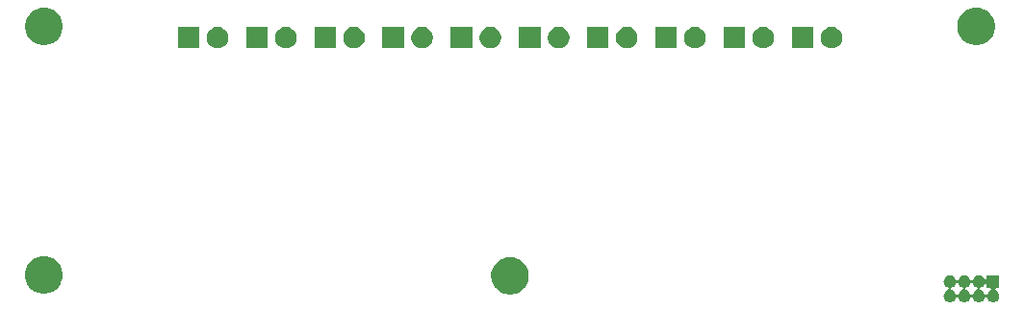
<source format=gbs>
G04 #@! TF.GenerationSoftware,KiCad,Pcbnew,5.0.1*
G04 #@! TF.CreationDate,2019-01-16T19:10:27-05:00*
G04 #@! TF.ProjectId,LED PCB,4C4544205043422E6B696361645F7063,rev?*
G04 #@! TF.SameCoordinates,Original*
G04 #@! TF.FileFunction,Soldermask,Bot*
G04 #@! TF.FilePolarity,Negative*
%FSLAX46Y46*%
G04 Gerber Fmt 4.6, Leading zero omitted, Abs format (unit mm)*
G04 Created by KiCad (PCBNEW 5.0.1) date Wed 16 Jan 2019 07:10:27 PM EST*
%MOMM*%
%LPD*%
G01*
G04 APERTURE LIST*
%ADD10C,0.100000*%
G04 APERTURE END LIST*
D10*
G36*
X83798015Y-25956973D02*
X83901879Y-25988479D01*
X83997600Y-26039644D01*
X84081501Y-26108499D01*
X84150356Y-26192400D01*
X84201521Y-26288121D01*
X84205383Y-26300854D01*
X84214760Y-26323493D01*
X84228374Y-26343867D01*
X84245701Y-26361194D01*
X84266076Y-26374808D01*
X84288715Y-26384186D01*
X84312748Y-26388966D01*
X84337252Y-26388966D01*
X84361286Y-26384185D01*
X84383925Y-26374808D01*
X84404299Y-26361194D01*
X84421626Y-26343867D01*
X84435240Y-26323492D01*
X84444617Y-26300854D01*
X84448479Y-26288121D01*
X84499644Y-26192400D01*
X84568499Y-26108499D01*
X84652400Y-26039644D01*
X84748121Y-25988479D01*
X84851985Y-25956973D01*
X84932933Y-25949000D01*
X84987067Y-25949000D01*
X85068015Y-25956973D01*
X85171879Y-25988479D01*
X85267600Y-26039644D01*
X85351501Y-26108499D01*
X85420356Y-26192400D01*
X85471521Y-26288121D01*
X85475383Y-26300854D01*
X85484760Y-26323493D01*
X85498374Y-26343867D01*
X85515701Y-26361194D01*
X85536076Y-26374808D01*
X85558715Y-26384186D01*
X85582748Y-26388966D01*
X85607252Y-26388966D01*
X85631286Y-26384185D01*
X85653925Y-26374808D01*
X85674299Y-26361194D01*
X85691626Y-26343867D01*
X85705240Y-26323492D01*
X85714617Y-26300854D01*
X85718479Y-26288121D01*
X85769644Y-26192400D01*
X85838499Y-26108499D01*
X85922400Y-26039644D01*
X86018121Y-25988479D01*
X86121985Y-25956973D01*
X86202933Y-25949000D01*
X86257067Y-25949000D01*
X86338015Y-25956973D01*
X86441879Y-25988479D01*
X86537600Y-26039644D01*
X86621501Y-26108499D01*
X86690356Y-26192400D01*
X86713766Y-26236195D01*
X86727374Y-26256561D01*
X86744701Y-26273889D01*
X86765076Y-26287502D01*
X86787715Y-26296880D01*
X86811748Y-26301660D01*
X86836252Y-26301660D01*
X86860286Y-26296879D01*
X86882925Y-26287502D01*
X86903299Y-26273888D01*
X86920627Y-26256561D01*
X86934240Y-26236186D01*
X86943618Y-26213547D01*
X86949000Y-26177262D01*
X86949000Y-25949000D01*
X88051000Y-25949000D01*
X88051000Y-27051000D01*
X87822738Y-27051000D01*
X87798352Y-27053402D01*
X87774903Y-27060515D01*
X87753292Y-27072066D01*
X87734350Y-27087612D01*
X87718804Y-27106554D01*
X87707253Y-27128165D01*
X87700140Y-27151614D01*
X87697738Y-27176000D01*
X87700140Y-27200386D01*
X87707253Y-27223835D01*
X87718804Y-27245446D01*
X87734350Y-27264388D01*
X87763808Y-27286236D01*
X87807600Y-27309644D01*
X87891501Y-27378499D01*
X87960356Y-27462400D01*
X88011521Y-27558121D01*
X88043027Y-27661985D01*
X88053666Y-27770000D01*
X88043027Y-27878015D01*
X88011521Y-27981879D01*
X87960356Y-28077600D01*
X87891501Y-28161501D01*
X87807600Y-28230356D01*
X87711879Y-28281521D01*
X87608015Y-28313027D01*
X87527067Y-28321000D01*
X87472933Y-28321000D01*
X87391985Y-28313027D01*
X87288121Y-28281521D01*
X87192400Y-28230356D01*
X87108499Y-28161501D01*
X87039644Y-28077600D01*
X86988479Y-27981879D01*
X86984615Y-27969142D01*
X86975240Y-27946507D01*
X86961626Y-27926133D01*
X86944299Y-27908806D01*
X86923924Y-27895192D01*
X86901285Y-27885814D01*
X86877252Y-27881034D01*
X86852748Y-27881034D01*
X86828714Y-27885815D01*
X86806075Y-27895192D01*
X86785701Y-27908806D01*
X86768374Y-27926133D01*
X86754760Y-27946508D01*
X86745385Y-27969142D01*
X86741521Y-27981879D01*
X86690356Y-28077600D01*
X86621501Y-28161501D01*
X86537600Y-28230356D01*
X86441879Y-28281521D01*
X86338015Y-28313027D01*
X86257067Y-28321000D01*
X86202933Y-28321000D01*
X86121985Y-28313027D01*
X86018121Y-28281521D01*
X85922400Y-28230356D01*
X85838499Y-28161501D01*
X85769644Y-28077600D01*
X85718479Y-27981879D01*
X85714615Y-27969142D01*
X85705240Y-27946507D01*
X85691626Y-27926133D01*
X85674299Y-27908806D01*
X85653924Y-27895192D01*
X85631285Y-27885814D01*
X85607252Y-27881034D01*
X85582748Y-27881034D01*
X85558714Y-27885815D01*
X85536075Y-27895192D01*
X85515701Y-27908806D01*
X85498374Y-27926133D01*
X85484760Y-27946508D01*
X85475385Y-27969142D01*
X85471521Y-27981879D01*
X85420356Y-28077600D01*
X85351501Y-28161501D01*
X85267600Y-28230356D01*
X85171879Y-28281521D01*
X85068015Y-28313027D01*
X84987067Y-28321000D01*
X84932933Y-28321000D01*
X84851985Y-28313027D01*
X84748121Y-28281521D01*
X84652400Y-28230356D01*
X84568499Y-28161501D01*
X84499644Y-28077600D01*
X84448479Y-27981879D01*
X84444615Y-27969142D01*
X84435240Y-27946507D01*
X84421626Y-27926133D01*
X84404299Y-27908806D01*
X84383924Y-27895192D01*
X84361285Y-27885814D01*
X84337252Y-27881034D01*
X84312748Y-27881034D01*
X84288714Y-27885815D01*
X84266075Y-27895192D01*
X84245701Y-27908806D01*
X84228374Y-27926133D01*
X84214760Y-27946508D01*
X84205385Y-27969142D01*
X84201521Y-27981879D01*
X84150356Y-28077600D01*
X84081501Y-28161501D01*
X83997600Y-28230356D01*
X83901879Y-28281521D01*
X83798015Y-28313027D01*
X83717067Y-28321000D01*
X83662933Y-28321000D01*
X83581985Y-28313027D01*
X83478121Y-28281521D01*
X83382400Y-28230356D01*
X83298499Y-28161501D01*
X83229644Y-28077600D01*
X83178479Y-27981879D01*
X83146973Y-27878015D01*
X83136334Y-27770000D01*
X83146973Y-27661985D01*
X83178479Y-27558121D01*
X83229644Y-27462400D01*
X83298499Y-27378499D01*
X83382400Y-27309644D01*
X83478121Y-27258479D01*
X83490858Y-27254615D01*
X83513493Y-27245240D01*
X83533867Y-27231626D01*
X83551194Y-27214299D01*
X83564808Y-27193924D01*
X83574186Y-27171285D01*
X83578966Y-27147252D01*
X83578966Y-27122748D01*
X83801034Y-27122748D01*
X83801034Y-27147252D01*
X83805815Y-27171286D01*
X83815192Y-27193925D01*
X83828806Y-27214299D01*
X83846133Y-27231626D01*
X83866508Y-27245240D01*
X83889142Y-27254615D01*
X83901879Y-27258479D01*
X83997600Y-27309644D01*
X84081501Y-27378499D01*
X84150356Y-27462400D01*
X84201521Y-27558121D01*
X84205383Y-27570854D01*
X84214760Y-27593493D01*
X84228374Y-27613867D01*
X84245701Y-27631194D01*
X84266076Y-27644808D01*
X84288715Y-27654186D01*
X84312748Y-27658966D01*
X84337252Y-27658966D01*
X84361286Y-27654185D01*
X84383925Y-27644808D01*
X84404299Y-27631194D01*
X84421626Y-27613867D01*
X84435240Y-27593492D01*
X84444617Y-27570854D01*
X84448479Y-27558121D01*
X84499644Y-27462400D01*
X84568499Y-27378499D01*
X84652400Y-27309644D01*
X84748121Y-27258479D01*
X84760858Y-27254615D01*
X84783493Y-27245240D01*
X84803867Y-27231626D01*
X84821194Y-27214299D01*
X84834808Y-27193924D01*
X84844186Y-27171285D01*
X84848966Y-27147252D01*
X84848966Y-27122748D01*
X85071034Y-27122748D01*
X85071034Y-27147252D01*
X85075815Y-27171286D01*
X85085192Y-27193925D01*
X85098806Y-27214299D01*
X85116133Y-27231626D01*
X85136508Y-27245240D01*
X85159142Y-27254615D01*
X85171879Y-27258479D01*
X85267600Y-27309644D01*
X85351501Y-27378499D01*
X85420356Y-27462400D01*
X85471521Y-27558121D01*
X85475383Y-27570854D01*
X85484760Y-27593493D01*
X85498374Y-27613867D01*
X85515701Y-27631194D01*
X85536076Y-27644808D01*
X85558715Y-27654186D01*
X85582748Y-27658966D01*
X85607252Y-27658966D01*
X85631286Y-27654185D01*
X85653925Y-27644808D01*
X85674299Y-27631194D01*
X85691626Y-27613867D01*
X85705240Y-27593492D01*
X85714617Y-27570854D01*
X85718479Y-27558121D01*
X85769644Y-27462400D01*
X85838499Y-27378499D01*
X85922400Y-27309644D01*
X86018121Y-27258479D01*
X86030858Y-27254615D01*
X86053493Y-27245240D01*
X86073867Y-27231626D01*
X86091194Y-27214299D01*
X86104808Y-27193924D01*
X86114186Y-27171285D01*
X86118966Y-27147252D01*
X86118966Y-27122748D01*
X86341034Y-27122748D01*
X86341034Y-27147252D01*
X86345815Y-27171286D01*
X86355192Y-27193925D01*
X86368806Y-27214299D01*
X86386133Y-27231626D01*
X86406508Y-27245240D01*
X86429142Y-27254615D01*
X86441879Y-27258479D01*
X86537600Y-27309644D01*
X86621501Y-27378499D01*
X86690356Y-27462400D01*
X86741521Y-27558121D01*
X86745383Y-27570854D01*
X86754760Y-27593493D01*
X86768374Y-27613867D01*
X86785701Y-27631194D01*
X86806076Y-27644808D01*
X86828715Y-27654186D01*
X86852748Y-27658966D01*
X86877252Y-27658966D01*
X86901286Y-27654185D01*
X86923925Y-27644808D01*
X86944299Y-27631194D01*
X86961626Y-27613867D01*
X86975240Y-27593492D01*
X86984617Y-27570854D01*
X86988479Y-27558121D01*
X87039644Y-27462400D01*
X87108499Y-27378499D01*
X87192400Y-27309644D01*
X87236195Y-27286234D01*
X87256561Y-27272626D01*
X87273889Y-27255299D01*
X87287502Y-27234924D01*
X87296880Y-27212285D01*
X87301660Y-27188252D01*
X87301660Y-27163748D01*
X87296879Y-27139714D01*
X87287502Y-27117075D01*
X87273888Y-27096701D01*
X87256561Y-27079373D01*
X87236186Y-27065760D01*
X87213547Y-27056382D01*
X87177262Y-27051000D01*
X86949000Y-27051000D01*
X86949000Y-26822738D01*
X86946598Y-26798352D01*
X86939485Y-26774903D01*
X86927934Y-26753292D01*
X86912388Y-26734350D01*
X86893446Y-26718804D01*
X86871835Y-26707253D01*
X86848386Y-26700140D01*
X86824000Y-26697738D01*
X86799614Y-26700140D01*
X86776165Y-26707253D01*
X86754554Y-26718804D01*
X86735612Y-26734350D01*
X86713764Y-26763808D01*
X86690356Y-26807600D01*
X86621501Y-26891501D01*
X86537600Y-26960356D01*
X86441879Y-27011521D01*
X86429142Y-27015385D01*
X86406507Y-27024760D01*
X86386133Y-27038374D01*
X86368806Y-27055701D01*
X86355192Y-27076076D01*
X86345814Y-27098715D01*
X86341034Y-27122748D01*
X86118966Y-27122748D01*
X86114185Y-27098714D01*
X86104808Y-27076075D01*
X86091194Y-27055701D01*
X86073867Y-27038374D01*
X86053492Y-27024760D01*
X86030858Y-27015385D01*
X86018121Y-27011521D01*
X85922400Y-26960356D01*
X85838499Y-26891501D01*
X85769644Y-26807600D01*
X85718479Y-26711879D01*
X85714615Y-26699142D01*
X85705240Y-26676507D01*
X85691626Y-26656133D01*
X85674299Y-26638806D01*
X85653924Y-26625192D01*
X85631285Y-26615814D01*
X85607252Y-26611034D01*
X85582748Y-26611034D01*
X85558714Y-26615815D01*
X85536075Y-26625192D01*
X85515701Y-26638806D01*
X85498374Y-26656133D01*
X85484760Y-26676508D01*
X85475385Y-26699142D01*
X85471521Y-26711879D01*
X85420356Y-26807600D01*
X85351501Y-26891501D01*
X85267600Y-26960356D01*
X85171879Y-27011521D01*
X85159142Y-27015385D01*
X85136507Y-27024760D01*
X85116133Y-27038374D01*
X85098806Y-27055701D01*
X85085192Y-27076076D01*
X85075814Y-27098715D01*
X85071034Y-27122748D01*
X84848966Y-27122748D01*
X84844185Y-27098714D01*
X84834808Y-27076075D01*
X84821194Y-27055701D01*
X84803867Y-27038374D01*
X84783492Y-27024760D01*
X84760858Y-27015385D01*
X84748121Y-27011521D01*
X84652400Y-26960356D01*
X84568499Y-26891501D01*
X84499644Y-26807600D01*
X84448479Y-26711879D01*
X84444615Y-26699142D01*
X84435240Y-26676507D01*
X84421626Y-26656133D01*
X84404299Y-26638806D01*
X84383924Y-26625192D01*
X84361285Y-26615814D01*
X84337252Y-26611034D01*
X84312748Y-26611034D01*
X84288714Y-26615815D01*
X84266075Y-26625192D01*
X84245701Y-26638806D01*
X84228374Y-26656133D01*
X84214760Y-26676508D01*
X84205385Y-26699142D01*
X84201521Y-26711879D01*
X84150356Y-26807600D01*
X84081501Y-26891501D01*
X83997600Y-26960356D01*
X83901879Y-27011521D01*
X83889142Y-27015385D01*
X83866507Y-27024760D01*
X83846133Y-27038374D01*
X83828806Y-27055701D01*
X83815192Y-27076076D01*
X83805814Y-27098715D01*
X83801034Y-27122748D01*
X83578966Y-27122748D01*
X83574185Y-27098714D01*
X83564808Y-27076075D01*
X83551194Y-27055701D01*
X83533867Y-27038374D01*
X83513492Y-27024760D01*
X83490858Y-27015385D01*
X83478121Y-27011521D01*
X83382400Y-26960356D01*
X83298499Y-26891501D01*
X83229644Y-26807600D01*
X83178479Y-26711879D01*
X83146973Y-26608015D01*
X83136334Y-26500000D01*
X83146973Y-26391985D01*
X83178479Y-26288121D01*
X83229644Y-26192400D01*
X83298499Y-26108499D01*
X83382400Y-26039644D01*
X83478121Y-25988479D01*
X83581985Y-25956973D01*
X83662933Y-25949000D01*
X83717067Y-25949000D01*
X83798015Y-25956973D01*
X83798015Y-25956973D01*
G37*
G36*
X45375256Y-24391298D02*
X45481579Y-24412447D01*
X45782042Y-24536903D01*
X45940207Y-24642586D01*
X46052454Y-24717587D01*
X46282413Y-24947546D01*
X46463098Y-25217960D01*
X46587553Y-25518422D01*
X46651000Y-25837389D01*
X46651000Y-26162611D01*
X46618998Y-26323493D01*
X46587553Y-26481579D01*
X46463097Y-26782042D01*
X46343952Y-26960355D01*
X46282413Y-27052454D01*
X46052454Y-27282413D01*
X46052451Y-27282415D01*
X45782042Y-27463097D01*
X45481579Y-27587553D01*
X45375256Y-27608702D01*
X45162611Y-27651000D01*
X44837389Y-27651000D01*
X44624744Y-27608702D01*
X44518421Y-27587553D01*
X44217958Y-27463097D01*
X43947549Y-27282415D01*
X43947546Y-27282413D01*
X43717587Y-27052454D01*
X43656048Y-26960355D01*
X43536903Y-26782042D01*
X43412447Y-26481579D01*
X43381002Y-26323493D01*
X43349000Y-26162611D01*
X43349000Y-25837389D01*
X43412447Y-25518422D01*
X43536902Y-25217960D01*
X43717587Y-24947546D01*
X43947546Y-24717587D01*
X44059793Y-24642586D01*
X44217958Y-24536903D01*
X44518421Y-24412447D01*
X44624744Y-24391298D01*
X44837389Y-24349000D01*
X45162611Y-24349000D01*
X45375256Y-24391298D01*
X45375256Y-24391298D01*
G37*
G36*
X4350257Y-24316299D02*
X4456580Y-24337448D01*
X4757043Y-24461904D01*
X5023853Y-24640181D01*
X5027455Y-24642588D01*
X5257414Y-24872547D01*
X5438099Y-25142961D01*
X5562554Y-25443423D01*
X5626001Y-25762390D01*
X5626001Y-26087612D01*
X5596447Y-26236187D01*
X5566058Y-26388966D01*
X5562554Y-26406579D01*
X5450747Y-26676507D01*
X5438098Y-26707043D01*
X5419852Y-26734350D01*
X5257414Y-26977455D01*
X5027455Y-27207414D01*
X5027452Y-27207416D01*
X4757043Y-27388098D01*
X4456580Y-27512554D01*
X4350257Y-27533703D01*
X4137612Y-27576001D01*
X3812390Y-27576001D01*
X3599745Y-27533703D01*
X3493422Y-27512554D01*
X3192959Y-27388098D01*
X2922550Y-27207416D01*
X2922547Y-27207414D01*
X2692588Y-26977455D01*
X2530150Y-26734350D01*
X2511904Y-26707043D01*
X2499256Y-26676507D01*
X2387448Y-26406579D01*
X2383945Y-26388966D01*
X2353555Y-26236187D01*
X2324001Y-26087612D01*
X2324001Y-25762390D01*
X2387448Y-25443423D01*
X2511903Y-25142961D01*
X2692588Y-24872547D01*
X2922547Y-24642588D01*
X2926149Y-24640181D01*
X3192959Y-24461904D01*
X3493422Y-24337448D01*
X3599745Y-24316299D01*
X3812390Y-24274001D01*
X4137612Y-24274001D01*
X4350257Y-24316299D01*
X4350257Y-24316299D01*
G37*
G36*
X67542396Y-4085546D02*
X67715466Y-4157234D01*
X67871230Y-4261312D01*
X68003688Y-4393770D01*
X68107766Y-4549534D01*
X68179454Y-4722604D01*
X68216000Y-4906333D01*
X68216000Y-5093667D01*
X68179454Y-5277396D01*
X68107766Y-5450466D01*
X68003688Y-5606230D01*
X67871230Y-5738688D01*
X67715466Y-5842766D01*
X67542396Y-5914454D01*
X67358667Y-5951000D01*
X67171333Y-5951000D01*
X66987604Y-5914454D01*
X66814534Y-5842766D01*
X66658770Y-5738688D01*
X66526312Y-5606230D01*
X66422234Y-5450466D01*
X66350546Y-5277396D01*
X66314000Y-5093667D01*
X66314000Y-4906333D01*
X66350546Y-4722604D01*
X66422234Y-4549534D01*
X66526312Y-4393770D01*
X66658770Y-4261312D01*
X66814534Y-4157234D01*
X66987604Y-4085546D01*
X67171333Y-4049000D01*
X67358667Y-4049000D01*
X67542396Y-4085546D01*
X67542396Y-4085546D01*
G37*
G36*
X41676000Y-5951000D02*
X39774000Y-5951000D01*
X39774000Y-4049000D01*
X41676000Y-4049000D01*
X41676000Y-5951000D01*
X41676000Y-5951000D01*
G37*
G36*
X43542396Y-4085546D02*
X43715466Y-4157234D01*
X43871230Y-4261312D01*
X44003688Y-4393770D01*
X44107766Y-4549534D01*
X44179454Y-4722604D01*
X44216000Y-4906333D01*
X44216000Y-5093667D01*
X44179454Y-5277396D01*
X44107766Y-5450466D01*
X44003688Y-5606230D01*
X43871230Y-5738688D01*
X43715466Y-5842766D01*
X43542396Y-5914454D01*
X43358667Y-5951000D01*
X43171333Y-5951000D01*
X42987604Y-5914454D01*
X42814534Y-5842766D01*
X42658770Y-5738688D01*
X42526312Y-5606230D01*
X42422234Y-5450466D01*
X42350546Y-5277396D01*
X42314000Y-5093667D01*
X42314000Y-4906333D01*
X42350546Y-4722604D01*
X42422234Y-4549534D01*
X42526312Y-4393770D01*
X42658770Y-4261312D01*
X42814534Y-4157234D01*
X42987604Y-4085546D01*
X43171333Y-4049000D01*
X43358667Y-4049000D01*
X43542396Y-4085546D01*
X43542396Y-4085546D01*
G37*
G36*
X53676000Y-5951000D02*
X51774000Y-5951000D01*
X51774000Y-4049000D01*
X53676000Y-4049000D01*
X53676000Y-5951000D01*
X53676000Y-5951000D01*
G37*
G36*
X47676000Y-5951000D02*
X45774000Y-5951000D01*
X45774000Y-4049000D01*
X47676000Y-4049000D01*
X47676000Y-5951000D01*
X47676000Y-5951000D01*
G37*
G36*
X49542396Y-4085546D02*
X49715466Y-4157234D01*
X49871230Y-4261312D01*
X50003688Y-4393770D01*
X50107766Y-4549534D01*
X50179454Y-4722604D01*
X50216000Y-4906333D01*
X50216000Y-5093667D01*
X50179454Y-5277396D01*
X50107766Y-5450466D01*
X50003688Y-5606230D01*
X49871230Y-5738688D01*
X49715466Y-5842766D01*
X49542396Y-5914454D01*
X49358667Y-5951000D01*
X49171333Y-5951000D01*
X48987604Y-5914454D01*
X48814534Y-5842766D01*
X48658770Y-5738688D01*
X48526312Y-5606230D01*
X48422234Y-5450466D01*
X48350546Y-5277396D01*
X48314000Y-5093667D01*
X48314000Y-4906333D01*
X48350546Y-4722604D01*
X48422234Y-4549534D01*
X48526312Y-4393770D01*
X48658770Y-4261312D01*
X48814534Y-4157234D01*
X48987604Y-4085546D01*
X49171333Y-4049000D01*
X49358667Y-4049000D01*
X49542396Y-4085546D01*
X49542396Y-4085546D01*
G37*
G36*
X35676000Y-5951000D02*
X33774000Y-5951000D01*
X33774000Y-4049000D01*
X35676000Y-4049000D01*
X35676000Y-5951000D01*
X35676000Y-5951000D01*
G37*
G36*
X37542396Y-4085546D02*
X37715466Y-4157234D01*
X37871230Y-4261312D01*
X38003688Y-4393770D01*
X38107766Y-4549534D01*
X38179454Y-4722604D01*
X38216000Y-4906333D01*
X38216000Y-5093667D01*
X38179454Y-5277396D01*
X38107766Y-5450466D01*
X38003688Y-5606230D01*
X37871230Y-5738688D01*
X37715466Y-5842766D01*
X37542396Y-5914454D01*
X37358667Y-5951000D01*
X37171333Y-5951000D01*
X36987604Y-5914454D01*
X36814534Y-5842766D01*
X36658770Y-5738688D01*
X36526312Y-5606230D01*
X36422234Y-5450466D01*
X36350546Y-5277396D01*
X36314000Y-5093667D01*
X36314000Y-4906333D01*
X36350546Y-4722604D01*
X36422234Y-4549534D01*
X36526312Y-4393770D01*
X36658770Y-4261312D01*
X36814534Y-4157234D01*
X36987604Y-4085546D01*
X37171333Y-4049000D01*
X37358667Y-4049000D01*
X37542396Y-4085546D01*
X37542396Y-4085546D01*
G37*
G36*
X31542396Y-4085546D02*
X31715466Y-4157234D01*
X31871230Y-4261312D01*
X32003688Y-4393770D01*
X32107766Y-4549534D01*
X32179454Y-4722604D01*
X32216000Y-4906333D01*
X32216000Y-5093667D01*
X32179454Y-5277396D01*
X32107766Y-5450466D01*
X32003688Y-5606230D01*
X31871230Y-5738688D01*
X31715466Y-5842766D01*
X31542396Y-5914454D01*
X31358667Y-5951000D01*
X31171333Y-5951000D01*
X30987604Y-5914454D01*
X30814534Y-5842766D01*
X30658770Y-5738688D01*
X30526312Y-5606230D01*
X30422234Y-5450466D01*
X30350546Y-5277396D01*
X30314000Y-5093667D01*
X30314000Y-4906333D01*
X30350546Y-4722604D01*
X30422234Y-4549534D01*
X30526312Y-4393770D01*
X30658770Y-4261312D01*
X30814534Y-4157234D01*
X30987604Y-4085546D01*
X31171333Y-4049000D01*
X31358667Y-4049000D01*
X31542396Y-4085546D01*
X31542396Y-4085546D01*
G37*
G36*
X29676000Y-5951000D02*
X27774000Y-5951000D01*
X27774000Y-4049000D01*
X29676000Y-4049000D01*
X29676000Y-5951000D01*
X29676000Y-5951000D01*
G37*
G36*
X23676000Y-5951000D02*
X21774000Y-5951000D01*
X21774000Y-4049000D01*
X23676000Y-4049000D01*
X23676000Y-5951000D01*
X23676000Y-5951000D01*
G37*
G36*
X25542396Y-4085546D02*
X25715466Y-4157234D01*
X25871230Y-4261312D01*
X26003688Y-4393770D01*
X26107766Y-4549534D01*
X26179454Y-4722604D01*
X26216000Y-4906333D01*
X26216000Y-5093667D01*
X26179454Y-5277396D01*
X26107766Y-5450466D01*
X26003688Y-5606230D01*
X25871230Y-5738688D01*
X25715466Y-5842766D01*
X25542396Y-5914454D01*
X25358667Y-5951000D01*
X25171333Y-5951000D01*
X24987604Y-5914454D01*
X24814534Y-5842766D01*
X24658770Y-5738688D01*
X24526312Y-5606230D01*
X24422234Y-5450466D01*
X24350546Y-5277396D01*
X24314000Y-5093667D01*
X24314000Y-4906333D01*
X24350546Y-4722604D01*
X24422234Y-4549534D01*
X24526312Y-4393770D01*
X24658770Y-4261312D01*
X24814534Y-4157234D01*
X24987604Y-4085546D01*
X25171333Y-4049000D01*
X25358667Y-4049000D01*
X25542396Y-4085546D01*
X25542396Y-4085546D01*
G37*
G36*
X55542396Y-4085546D02*
X55715466Y-4157234D01*
X55871230Y-4261312D01*
X56003688Y-4393770D01*
X56107766Y-4549534D01*
X56179454Y-4722604D01*
X56216000Y-4906333D01*
X56216000Y-5093667D01*
X56179454Y-5277396D01*
X56107766Y-5450466D01*
X56003688Y-5606230D01*
X55871230Y-5738688D01*
X55715466Y-5842766D01*
X55542396Y-5914454D01*
X55358667Y-5951000D01*
X55171333Y-5951000D01*
X54987604Y-5914454D01*
X54814534Y-5842766D01*
X54658770Y-5738688D01*
X54526312Y-5606230D01*
X54422234Y-5450466D01*
X54350546Y-5277396D01*
X54314000Y-5093667D01*
X54314000Y-4906333D01*
X54350546Y-4722604D01*
X54422234Y-4549534D01*
X54526312Y-4393770D01*
X54658770Y-4261312D01*
X54814534Y-4157234D01*
X54987604Y-4085546D01*
X55171333Y-4049000D01*
X55358667Y-4049000D01*
X55542396Y-4085546D01*
X55542396Y-4085546D01*
G37*
G36*
X59676000Y-5951000D02*
X57774000Y-5951000D01*
X57774000Y-4049000D01*
X59676000Y-4049000D01*
X59676000Y-5951000D01*
X59676000Y-5951000D01*
G37*
G36*
X65676000Y-5951000D02*
X63774000Y-5951000D01*
X63774000Y-4049000D01*
X65676000Y-4049000D01*
X65676000Y-5951000D01*
X65676000Y-5951000D01*
G37*
G36*
X73542396Y-4085546D02*
X73715466Y-4157234D01*
X73871230Y-4261312D01*
X74003688Y-4393770D01*
X74107766Y-4549534D01*
X74179454Y-4722604D01*
X74216000Y-4906333D01*
X74216000Y-5093667D01*
X74179454Y-5277396D01*
X74107766Y-5450466D01*
X74003688Y-5606230D01*
X73871230Y-5738688D01*
X73715466Y-5842766D01*
X73542396Y-5914454D01*
X73358667Y-5951000D01*
X73171333Y-5951000D01*
X72987604Y-5914454D01*
X72814534Y-5842766D01*
X72658770Y-5738688D01*
X72526312Y-5606230D01*
X72422234Y-5450466D01*
X72350546Y-5277396D01*
X72314000Y-5093667D01*
X72314000Y-4906333D01*
X72350546Y-4722604D01*
X72422234Y-4549534D01*
X72526312Y-4393770D01*
X72658770Y-4261312D01*
X72814534Y-4157234D01*
X72987604Y-4085546D01*
X73171333Y-4049000D01*
X73358667Y-4049000D01*
X73542396Y-4085546D01*
X73542396Y-4085546D01*
G37*
G36*
X71676000Y-5951000D02*
X69774000Y-5951000D01*
X69774000Y-4049000D01*
X71676000Y-4049000D01*
X71676000Y-5951000D01*
X71676000Y-5951000D01*
G37*
G36*
X17676000Y-5951000D02*
X15774000Y-5951000D01*
X15774000Y-4049000D01*
X17676000Y-4049000D01*
X17676000Y-5951000D01*
X17676000Y-5951000D01*
G37*
G36*
X19542396Y-4085546D02*
X19715466Y-4157234D01*
X19871230Y-4261312D01*
X20003688Y-4393770D01*
X20107766Y-4549534D01*
X20179454Y-4722604D01*
X20216000Y-4906333D01*
X20216000Y-5093667D01*
X20179454Y-5277396D01*
X20107766Y-5450466D01*
X20003688Y-5606230D01*
X19871230Y-5738688D01*
X19715466Y-5842766D01*
X19542396Y-5914454D01*
X19358667Y-5951000D01*
X19171333Y-5951000D01*
X18987604Y-5914454D01*
X18814534Y-5842766D01*
X18658770Y-5738688D01*
X18526312Y-5606230D01*
X18422234Y-5450466D01*
X18350546Y-5277396D01*
X18314000Y-5093667D01*
X18314000Y-4906333D01*
X18350546Y-4722604D01*
X18422234Y-4549534D01*
X18526312Y-4393770D01*
X18658770Y-4261312D01*
X18814534Y-4157234D01*
X18987604Y-4085546D01*
X19171333Y-4049000D01*
X19358667Y-4049000D01*
X19542396Y-4085546D01*
X19542396Y-4085546D01*
G37*
G36*
X61542396Y-4085546D02*
X61715466Y-4157234D01*
X61871230Y-4261312D01*
X62003688Y-4393770D01*
X62107766Y-4549534D01*
X62179454Y-4722604D01*
X62216000Y-4906333D01*
X62216000Y-5093667D01*
X62179454Y-5277396D01*
X62107766Y-5450466D01*
X62003688Y-5606230D01*
X61871230Y-5738688D01*
X61715466Y-5842766D01*
X61542396Y-5914454D01*
X61358667Y-5951000D01*
X61171333Y-5951000D01*
X60987604Y-5914454D01*
X60814534Y-5842766D01*
X60658770Y-5738688D01*
X60526312Y-5606230D01*
X60422234Y-5450466D01*
X60350546Y-5277396D01*
X60314000Y-5093667D01*
X60314000Y-4906333D01*
X60350546Y-4722604D01*
X60422234Y-4549534D01*
X60526312Y-4393770D01*
X60658770Y-4261312D01*
X60814534Y-4157234D01*
X60987604Y-4085546D01*
X61171333Y-4049000D01*
X61358667Y-4049000D01*
X61542396Y-4085546D01*
X61542396Y-4085546D01*
G37*
G36*
X86375256Y-2391298D02*
X86481579Y-2412447D01*
X86782042Y-2536903D01*
X87048852Y-2715180D01*
X87052454Y-2717587D01*
X87282413Y-2947546D01*
X87463098Y-3217960D01*
X87587553Y-3518422D01*
X87651000Y-3837389D01*
X87651000Y-4162611D01*
X87587553Y-4481578D01*
X87463098Y-4782040D01*
X87282413Y-5052454D01*
X87052454Y-5282413D01*
X87052451Y-5282415D01*
X86782042Y-5463097D01*
X86481579Y-5587553D01*
X86387698Y-5606227D01*
X86162611Y-5651000D01*
X85837389Y-5651000D01*
X85612302Y-5606227D01*
X85518421Y-5587553D01*
X85217958Y-5463097D01*
X84947549Y-5282415D01*
X84947546Y-5282413D01*
X84717587Y-5052454D01*
X84536902Y-4782040D01*
X84412447Y-4481578D01*
X84349000Y-4162611D01*
X84349000Y-3837389D01*
X84412447Y-3518422D01*
X84536902Y-3217960D01*
X84717587Y-2947546D01*
X84947546Y-2717587D01*
X84951148Y-2715180D01*
X85217958Y-2536903D01*
X85518421Y-2412447D01*
X85624744Y-2391298D01*
X85837389Y-2349000D01*
X86162611Y-2349000D01*
X86375256Y-2391298D01*
X86375256Y-2391298D01*
G37*
G36*
X4375256Y-2391298D02*
X4481579Y-2412447D01*
X4782042Y-2536903D01*
X5048852Y-2715180D01*
X5052454Y-2717587D01*
X5282413Y-2947546D01*
X5463098Y-3217960D01*
X5587553Y-3518422D01*
X5651000Y-3837389D01*
X5651000Y-4162611D01*
X5587553Y-4481578D01*
X5463098Y-4782040D01*
X5282413Y-5052454D01*
X5052454Y-5282413D01*
X5052451Y-5282415D01*
X4782042Y-5463097D01*
X4481579Y-5587553D01*
X4387698Y-5606227D01*
X4162611Y-5651000D01*
X3837389Y-5651000D01*
X3612302Y-5606227D01*
X3518421Y-5587553D01*
X3217958Y-5463097D01*
X2947549Y-5282415D01*
X2947546Y-5282413D01*
X2717587Y-5052454D01*
X2536902Y-4782040D01*
X2412447Y-4481578D01*
X2349000Y-4162611D01*
X2349000Y-3837389D01*
X2412447Y-3518422D01*
X2536902Y-3217960D01*
X2717587Y-2947546D01*
X2947546Y-2717587D01*
X2951148Y-2715180D01*
X3217958Y-2536903D01*
X3518421Y-2412447D01*
X3624744Y-2391298D01*
X3837389Y-2349000D01*
X4162611Y-2349000D01*
X4375256Y-2391298D01*
X4375256Y-2391298D01*
G37*
M02*

</source>
